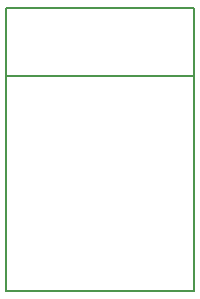
<source format=gbo>
G75*
%MOIN*%
%OFA0B0*%
%FSLAX24Y24*%
%IPPOS*%
%LPD*%
%AMOC8*
5,1,8,0,0,1.08239X$1,22.5*
%
%ADD10C,0.0050*%
D10*
X012423Y014057D02*
X012423Y021223D01*
X018722Y021223D01*
X018722Y014057D01*
X012423Y014057D01*
X012423Y021223D02*
X012423Y023506D01*
X018722Y023506D01*
X018722Y021223D01*
M02*

</source>
